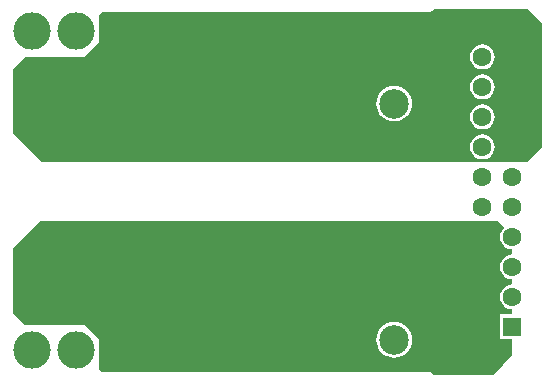
<source format=gbl>
G04*
G04 #@! TF.GenerationSoftware,Altium Limited,Altium Designer,18.1.9 (240)*
G04*
G04 Layer_Physical_Order=2*
G04 Layer_Color=16711680*
%FSLAX25Y25*%
%MOIN*%
G70*
G01*
G75*
%ADD29C,0.09843*%
%ADD30C,0.12500*%
%ADD31R,0.06299X0.06299*%
%ADD32C,0.06299*%
G36*
X164463Y-11904D02*
X164453Y-12052D01*
X163791Y-12915D01*
X163374Y-13921D01*
X163232Y-15000D01*
X163374Y-16079D01*
X163791Y-17085D01*
X164453Y-17948D01*
X165317Y-18611D01*
X166322Y-19027D01*
X167402Y-19170D01*
Y-20831D01*
X166322Y-20973D01*
X165317Y-21389D01*
X164453Y-22052D01*
X163791Y-22915D01*
X163374Y-23921D01*
X163232Y-25000D01*
X163374Y-26079D01*
X163791Y-27085D01*
X164453Y-27948D01*
X165317Y-28611D01*
X166322Y-29027D01*
X167402Y-29169D01*
Y-30830D01*
X166322Y-30973D01*
X165317Y-31389D01*
X164453Y-32052D01*
X163791Y-32915D01*
X163374Y-33921D01*
X163232Y-35000D01*
X163374Y-36079D01*
X163791Y-37085D01*
X164453Y-37948D01*
X165317Y-38611D01*
X166322Y-39027D01*
X167402Y-39169D01*
Y-40866D01*
X163268D01*
Y-49134D01*
X167402D01*
Y-54246D01*
X161126Y-61024D01*
X141360Y-61024D01*
X140651Y-60314D01*
X140325Y-60097D01*
X139941Y-60020D01*
X30493D01*
X29528Y-59055D01*
Y-49016D01*
X24606Y-44291D01*
X4921Y-44291D01*
X1003Y-40374D01*
Y-18682D01*
X9843Y-9843D01*
X152559Y-9843D01*
X162402Y-9843D01*
X164463Y-11904D01*
D02*
G37*
G36*
X172244Y61024D02*
X177165Y56102D01*
X177165Y14764D01*
X172244Y9843D01*
X152437Y9843D01*
X10537Y9843D01*
X1003Y19376D01*
Y41068D01*
X4921Y44986D01*
X24606Y44986D01*
X29528Y49710D01*
Y59055D01*
X30493Y60020D01*
X139941D01*
X140325Y60097D01*
X140651Y60314D01*
X141360Y61024D01*
X172244D01*
D02*
G37*
%LPC*%
G36*
X127953Y-43436D02*
X126795Y-43550D01*
X125682Y-43888D01*
X124656Y-44436D01*
X123757Y-45174D01*
X123019Y-46073D01*
X122470Y-47099D01*
X122133Y-48212D01*
X122019Y-49370D01*
X122133Y-50528D01*
X122470Y-51641D01*
X123019Y-52667D01*
X123757Y-53566D01*
X124656Y-54304D01*
X125682Y-54852D01*
X126795Y-55190D01*
X127953Y-55304D01*
X129110Y-55190D01*
X130224Y-54852D01*
X131250Y-54304D01*
X132149Y-53566D01*
X132887Y-52667D01*
X133435Y-51641D01*
X133773Y-50528D01*
X133887Y-49370D01*
X133773Y-48212D01*
X133435Y-47099D01*
X132887Y-46073D01*
X132149Y-45174D01*
X131250Y-44436D01*
X130224Y-43888D01*
X129110Y-43550D01*
X127953Y-43436D01*
D02*
G37*
G36*
X157402Y49169D02*
X156322Y49027D01*
X155317Y48611D01*
X154453Y47948D01*
X153791Y47085D01*
X153374Y46079D01*
X153232Y45000D01*
X153374Y43921D01*
X153791Y42915D01*
X154453Y42052D01*
X155317Y41389D01*
X156322Y40973D01*
X157402Y40830D01*
X158481Y40973D01*
X159486Y41389D01*
X160350Y42052D01*
X161012Y42915D01*
X161429Y43921D01*
X161571Y45000D01*
X161429Y46079D01*
X161012Y47085D01*
X160350Y47948D01*
X159486Y48611D01*
X158481Y49027D01*
X157402Y49169D01*
D02*
G37*
G36*
Y39169D02*
X156322Y39027D01*
X155317Y38611D01*
X154453Y37948D01*
X153791Y37085D01*
X153374Y36079D01*
X153232Y35000D01*
X153374Y33921D01*
X153791Y32915D01*
X154453Y32052D01*
X155317Y31389D01*
X156322Y30973D01*
X157402Y30830D01*
X158481Y30973D01*
X159486Y31389D01*
X160350Y32052D01*
X161012Y32915D01*
X161429Y33921D01*
X161571Y35000D01*
X161429Y36079D01*
X161012Y37085D01*
X160350Y37948D01*
X159486Y38611D01*
X158481Y39027D01*
X157402Y39169D01*
D02*
G37*
G36*
X127953Y35304D02*
X126795Y35190D01*
X125682Y34852D01*
X124656Y34304D01*
X123757Y33566D01*
X123019Y32667D01*
X122470Y31641D01*
X122133Y30528D01*
X122019Y29370D01*
X122133Y28212D01*
X122470Y27099D01*
X123019Y26073D01*
X123757Y25174D01*
X124656Y24436D01*
X125682Y23888D01*
X126795Y23550D01*
X127953Y23436D01*
X129110Y23550D01*
X130224Y23888D01*
X131250Y24436D01*
X132149Y25174D01*
X132887Y26073D01*
X133435Y27099D01*
X133773Y28212D01*
X133887Y29370D01*
X133773Y30528D01*
X133435Y31641D01*
X132887Y32667D01*
X132149Y33566D01*
X131250Y34304D01*
X130224Y34852D01*
X129110Y35190D01*
X127953Y35304D01*
D02*
G37*
G36*
X157402Y29169D02*
X156322Y29027D01*
X155317Y28611D01*
X154453Y27948D01*
X153791Y27085D01*
X153374Y26079D01*
X153232Y25000D01*
X153374Y23921D01*
X153791Y22915D01*
X154453Y22052D01*
X155317Y21389D01*
X156322Y20973D01*
X157402Y20831D01*
X158481Y20973D01*
X159486Y21389D01*
X160350Y22052D01*
X161012Y22915D01*
X161429Y23921D01*
X161571Y25000D01*
X161429Y26079D01*
X161012Y27085D01*
X160350Y27948D01*
X159486Y28611D01*
X158481Y29027D01*
X157402Y29169D01*
D02*
G37*
G36*
Y19170D02*
X156322Y19027D01*
X155317Y18611D01*
X154453Y17948D01*
X153791Y17085D01*
X153374Y16079D01*
X153232Y15000D01*
X153374Y13921D01*
X153791Y12915D01*
X154453Y12052D01*
X155317Y11389D01*
X156322Y10972D01*
X157402Y10830D01*
X158481Y10972D01*
X159486Y11389D01*
X160350Y12052D01*
X161012Y12915D01*
X161429Y13921D01*
X161571Y15000D01*
X161429Y16079D01*
X161012Y17085D01*
X160350Y17948D01*
X159486Y18611D01*
X158481Y19027D01*
X157402Y19170D01*
D02*
G37*
%LPD*%
D29*
X127953Y29370D02*
D03*
Y49370D02*
D03*
Y-29370D02*
D03*
Y-49370D02*
D03*
D30*
X7367Y53497D02*
D03*
X21767D02*
D03*
Y29875D02*
D03*
X7367D02*
D03*
Y-52802D02*
D03*
X21767D02*
D03*
Y-29180D02*
D03*
X7367D02*
D03*
D31*
X167402Y-45000D02*
D03*
D32*
X157402D02*
D03*
X167402Y-35000D02*
D03*
X157402D02*
D03*
X167402Y-25000D02*
D03*
X157402D02*
D03*
X167402Y-15000D02*
D03*
X157402D02*
D03*
X167402Y-5000D02*
D03*
X157402D02*
D03*
X167402Y5000D02*
D03*
X157402D02*
D03*
X167402Y15000D02*
D03*
X157402D02*
D03*
X167402Y25000D02*
D03*
X157402D02*
D03*
X167402Y35000D02*
D03*
X157402D02*
D03*
X167402Y45000D02*
D03*
X157402D02*
D03*
M02*

</source>
